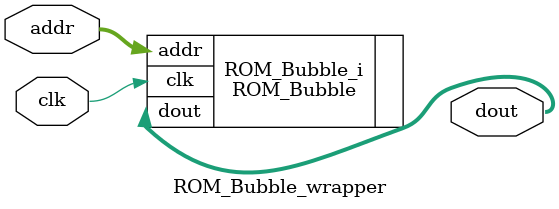
<source format=v>
`timescale 1 ps / 1 ps

module ROM_Bubble_wrapper
   (addr,
    clk,
    dout);
  input [10:0]addr;
  input clk;
  output [11:0]dout;

  wire [10:0]addr;
  wire clk;
  wire [11:0]dout;

  ROM_Bubble ROM_Bubble_i
       (.addr(addr),
        .clk(clk),
        .dout(dout));
endmodule

</source>
